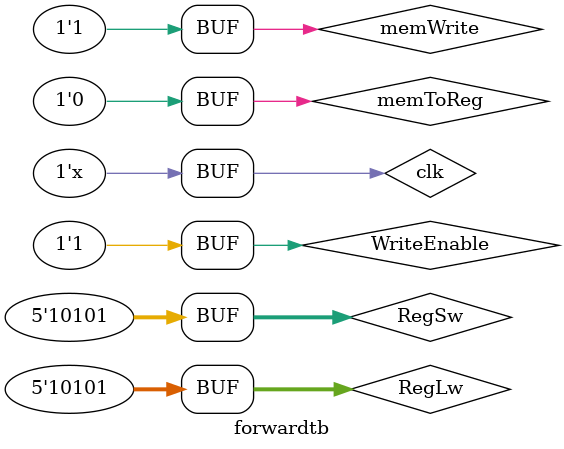
<source format=v>
module forward(input [4:0] RegLw,input[4:0] RegSw,input WriteEnable,input memWrite,input MEMWBmemtoreg,output [1:0]forwardF);

parameter forwardfromALUresult=2'b10,
	forwardfromReadMem=2'b01,
	noforward=2'b00;

	assign forwardF=((WriteEnable==1'b1)&&(RegLw==RegSw)&&(RegLw!=5'b00000)&&(RegSw!=5'b00000)&&(memWrite==1'b1)&&(MEMWBmemtoreg==1))?forwardfromReadMem:
			((WriteEnable==1'b1)&&(RegLw==RegSw)&&(RegLw!=5'b00000)&&(RegSw!=5'b00000)&&(memWrite==1'b1)&&(MEMWBmemtoreg==0))?forwardfromALUresult:noforward;
//always @(forwardF)
//$display("forward");
endmodule

module forwardtb;
reg[4:0] RegLw;reg[4:0] RegSw ;reg WriteEnable;reg memWrite;wire [1:0] forwardF;reg clk;reg memToReg;
always 
#5 clk=!clk;
initial
begin
clk=0;
$monitor($time,"RegLw %b RegSw %b WriteEnable %b memWrite %b forwardF %b",RegLw,RegSw ,WriteEnable,memWrite, forwardF);
#10
RegLw=5'b10101;
RegSw =5'b10101;
WriteEnable=1'b1;
memWrite=1'b1;
memToReg=1'b1;
#10
RegLw=5'b10100;
RegSw =5'b10101;
WriteEnable=1'b1;
memWrite=1'b1;
memToReg=1'b0;
#10
RegLw=5'b10101;
RegSw =5'b10101;
WriteEnable=1'b0;
memWrite=1'b0;
memToReg=1'b1;
#10
RegLw=5'b10101;
RegSw =5'b10101;
WriteEnable=1'b1;
memWrite=1'b1;
memToReg=1'b0;
end
forward f1(RegLw,RegSw,WriteEnable,memToReg,forwardF);
endmodule

</source>
